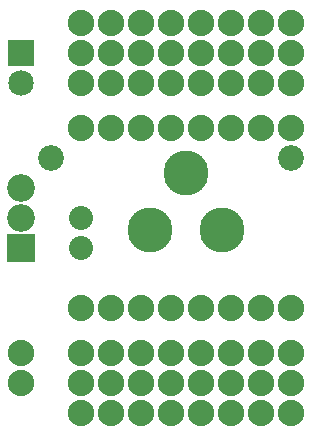
<source format=gts>
G04 MADE WITH FRITZING*
G04 WWW.FRITZING.ORG*
G04 DOUBLE SIDED*
G04 HOLES PLATED*
G04 CONTOUR ON CENTER OF CONTOUR VECTOR*
%ASAXBY*%
%FSLAX23Y23*%
%MOIN*%
%OFA0B0*%
%SFA1.0B1.0*%
%ADD10C,0.085433*%
%ADD11C,0.150000*%
%ADD12C,0.092000*%
%ADD13C,0.080000*%
%ADD14C,0.085000*%
%ADD15C,0.088000*%
%ADD16R,0.092000X0.092000*%
%ADD17R,0.085000X0.085000*%
%LNMASK1*%
G90*
G70*
G54D10*
X319Y1006D03*
X1119Y1006D03*
G54D11*
X649Y766D03*
X889Y766D03*
X769Y956D03*
G54D12*
X219Y706D03*
X219Y806D03*
X219Y906D03*
G54D13*
X419Y706D03*
X419Y806D03*
G54D14*
X219Y1356D03*
X219Y1256D03*
G54D15*
X1119Y1256D03*
X1019Y1256D03*
X919Y1256D03*
X819Y1256D03*
X719Y1256D03*
X619Y1256D03*
X519Y1256D03*
X419Y1256D03*
X1119Y356D03*
X1019Y356D03*
X919Y356D03*
X819Y356D03*
X719Y356D03*
X619Y356D03*
X519Y356D03*
X419Y356D03*
X1119Y1356D03*
X1019Y1356D03*
X919Y1356D03*
X819Y1356D03*
X719Y1356D03*
X619Y1356D03*
X519Y1356D03*
X419Y1356D03*
X1119Y256D03*
X1019Y256D03*
X919Y256D03*
X819Y256D03*
X719Y256D03*
X619Y256D03*
X519Y256D03*
X419Y256D03*
X1119Y1456D03*
X1019Y1456D03*
X919Y1456D03*
X819Y1456D03*
X719Y1456D03*
X619Y1456D03*
X519Y1456D03*
X419Y1456D03*
X1119Y156D03*
X1019Y156D03*
X919Y156D03*
X819Y156D03*
X719Y156D03*
X619Y156D03*
X519Y156D03*
X419Y156D03*
X1119Y1106D03*
X1019Y1106D03*
X919Y1106D03*
X819Y1106D03*
X719Y1106D03*
X619Y1106D03*
X519Y1106D03*
X419Y1106D03*
X1119Y506D03*
X1019Y506D03*
X919Y506D03*
X819Y506D03*
X719Y506D03*
X619Y506D03*
X519Y506D03*
X419Y506D03*
X219Y356D03*
X219Y256D03*
G54D16*
X219Y706D03*
G54D17*
X219Y1356D03*
G04 End of Mask1*
M02*
</source>
